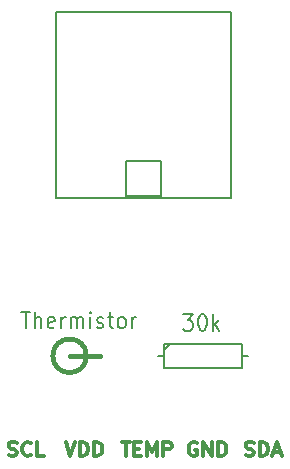
<source format=gto>
G04 (created by PCBNEW (2013-07-07 BZR 4022)-stable) date 8/17/2015 4:18:57 PM*
%MOIN*%
G04 Gerber Fmt 3.4, Leading zero omitted, Abs format*
%FSLAX34Y34*%
G01*
G70*
G90*
G04 APERTURE LIST*
%ADD10C,0.00590551*%
%ADD11C,0.011811*%
%ADD12C,0.008*%
%ADD13C,0.015*%
G04 APERTURE END LIST*
G54D10*
G54D11*
X101827Y-48593D02*
X101895Y-48616D01*
X102007Y-48616D01*
X102052Y-48593D01*
X102075Y-48571D01*
X102097Y-48526D01*
X102097Y-48481D01*
X102075Y-48436D01*
X102052Y-48413D01*
X102007Y-48391D01*
X101917Y-48368D01*
X101872Y-48346D01*
X101850Y-48323D01*
X101827Y-48278D01*
X101827Y-48233D01*
X101850Y-48188D01*
X101872Y-48166D01*
X101917Y-48143D01*
X102030Y-48143D01*
X102097Y-48166D01*
X102300Y-48616D02*
X102300Y-48143D01*
X102412Y-48143D01*
X102480Y-48166D01*
X102525Y-48211D01*
X102547Y-48256D01*
X102570Y-48346D01*
X102570Y-48413D01*
X102547Y-48503D01*
X102525Y-48548D01*
X102480Y-48593D01*
X102412Y-48616D01*
X102300Y-48616D01*
X102750Y-48481D02*
X102975Y-48481D01*
X102705Y-48616D02*
X102862Y-48143D01*
X103020Y-48616D01*
X100191Y-48166D02*
X100146Y-48143D01*
X100078Y-48143D01*
X100011Y-48166D01*
X99966Y-48211D01*
X99943Y-48256D01*
X99921Y-48346D01*
X99921Y-48413D01*
X99943Y-48503D01*
X99966Y-48548D01*
X100011Y-48593D01*
X100078Y-48616D01*
X100123Y-48616D01*
X100191Y-48593D01*
X100213Y-48571D01*
X100213Y-48413D01*
X100123Y-48413D01*
X100416Y-48616D02*
X100416Y-48143D01*
X100686Y-48616D01*
X100686Y-48143D01*
X100911Y-48616D02*
X100911Y-48143D01*
X101023Y-48143D01*
X101091Y-48166D01*
X101136Y-48211D01*
X101158Y-48256D01*
X101181Y-48346D01*
X101181Y-48413D01*
X101158Y-48503D01*
X101136Y-48548D01*
X101091Y-48593D01*
X101023Y-48616D01*
X100911Y-48616D01*
X97688Y-48143D02*
X97958Y-48143D01*
X97823Y-48616D02*
X97823Y-48143D01*
X98115Y-48368D02*
X98273Y-48368D01*
X98340Y-48616D02*
X98115Y-48616D01*
X98115Y-48143D01*
X98340Y-48143D01*
X98543Y-48616D02*
X98543Y-48143D01*
X98700Y-48481D01*
X98858Y-48143D01*
X98858Y-48616D01*
X99083Y-48616D02*
X99083Y-48143D01*
X99263Y-48143D01*
X99308Y-48166D01*
X99330Y-48188D01*
X99353Y-48233D01*
X99353Y-48301D01*
X99330Y-48346D01*
X99308Y-48368D01*
X99263Y-48391D01*
X99083Y-48391D01*
X95826Y-48143D02*
X95984Y-48616D01*
X96141Y-48143D01*
X96299Y-48616D02*
X96299Y-48143D01*
X96411Y-48143D01*
X96479Y-48166D01*
X96524Y-48211D01*
X96546Y-48256D01*
X96569Y-48346D01*
X96569Y-48413D01*
X96546Y-48503D01*
X96524Y-48548D01*
X96479Y-48593D01*
X96411Y-48616D01*
X96299Y-48616D01*
X96771Y-48616D02*
X96771Y-48143D01*
X96884Y-48143D01*
X96951Y-48166D01*
X96996Y-48211D01*
X97019Y-48256D01*
X97041Y-48346D01*
X97041Y-48413D01*
X97019Y-48503D01*
X96996Y-48548D01*
X96951Y-48593D01*
X96884Y-48616D01*
X96771Y-48616D01*
X93925Y-48593D02*
X93993Y-48616D01*
X94105Y-48616D01*
X94150Y-48593D01*
X94173Y-48571D01*
X94195Y-48526D01*
X94195Y-48481D01*
X94173Y-48436D01*
X94150Y-48413D01*
X94105Y-48391D01*
X94015Y-48368D01*
X93970Y-48346D01*
X93948Y-48323D01*
X93925Y-48278D01*
X93925Y-48233D01*
X93948Y-48188D01*
X93970Y-48166D01*
X94015Y-48143D01*
X94128Y-48143D01*
X94195Y-48166D01*
X94668Y-48571D02*
X94645Y-48593D01*
X94578Y-48616D01*
X94533Y-48616D01*
X94465Y-48593D01*
X94420Y-48548D01*
X94398Y-48503D01*
X94375Y-48413D01*
X94375Y-48346D01*
X94398Y-48256D01*
X94420Y-48211D01*
X94465Y-48166D01*
X94533Y-48143D01*
X94578Y-48143D01*
X94645Y-48166D01*
X94668Y-48188D01*
X95095Y-48616D02*
X94870Y-48616D01*
X94870Y-48143D01*
G54D12*
X98893Y-45275D02*
X99093Y-45275D01*
X101893Y-45275D02*
X101693Y-45275D01*
X101693Y-45275D02*
X101693Y-44875D01*
X101693Y-44875D02*
X99093Y-44875D01*
X99093Y-44875D02*
X99093Y-45675D01*
X99093Y-45675D02*
X101693Y-45675D01*
X101693Y-45675D02*
X101693Y-45275D01*
X99093Y-45075D02*
X99293Y-44875D01*
G54D13*
X95956Y-45275D02*
X96956Y-45275D01*
X96515Y-45275D02*
G75*
G03X96515Y-45275I-559J0D01*
G74*
G01*
G54D10*
X95511Y-39960D02*
X95511Y-40000D01*
X101338Y-39921D02*
X101338Y-40000D01*
X95511Y-40000D02*
X101338Y-40000D01*
X95511Y-33818D02*
X101338Y-33818D01*
X101338Y-33822D02*
X101338Y-39952D01*
X95511Y-39952D02*
X95511Y-33822D01*
X97834Y-38779D02*
X99015Y-38779D01*
X99015Y-38779D02*
X99015Y-39960D01*
X99015Y-39960D02*
X97834Y-39960D01*
X97834Y-39960D02*
X97834Y-38779D01*
X97834Y-38779D02*
X97834Y-38976D01*
G54D12*
X99747Y-43885D02*
X100056Y-43885D01*
X99890Y-44094D01*
X99961Y-44094D01*
X100009Y-44120D01*
X100032Y-44147D01*
X100056Y-44199D01*
X100056Y-44330D01*
X100032Y-44382D01*
X100009Y-44409D01*
X99961Y-44435D01*
X99818Y-44435D01*
X99770Y-44409D01*
X99747Y-44382D01*
X100366Y-43885D02*
X100413Y-43885D01*
X100461Y-43911D01*
X100485Y-43937D01*
X100509Y-43989D01*
X100532Y-44094D01*
X100532Y-44225D01*
X100509Y-44330D01*
X100485Y-44382D01*
X100461Y-44409D01*
X100413Y-44435D01*
X100366Y-44435D01*
X100318Y-44409D01*
X100294Y-44382D01*
X100270Y-44330D01*
X100247Y-44225D01*
X100247Y-44094D01*
X100270Y-43989D01*
X100294Y-43937D01*
X100318Y-43911D01*
X100366Y-43885D01*
X100747Y-44435D02*
X100747Y-43885D01*
X100794Y-44225D02*
X100937Y-44435D01*
X100937Y-44068D02*
X100747Y-44278D01*
X94343Y-43806D02*
X94628Y-43806D01*
X94486Y-44356D02*
X94486Y-43806D01*
X94795Y-44356D02*
X94795Y-43806D01*
X95009Y-44356D02*
X95009Y-44068D01*
X94986Y-44016D01*
X94938Y-43989D01*
X94866Y-43989D01*
X94819Y-44016D01*
X94795Y-44042D01*
X95438Y-44330D02*
X95390Y-44356D01*
X95295Y-44356D01*
X95247Y-44330D01*
X95224Y-44277D01*
X95224Y-44068D01*
X95247Y-44016D01*
X95295Y-43989D01*
X95390Y-43989D01*
X95438Y-44016D01*
X95462Y-44068D01*
X95462Y-44120D01*
X95224Y-44173D01*
X95676Y-44356D02*
X95676Y-43989D01*
X95676Y-44094D02*
X95700Y-44042D01*
X95724Y-44016D01*
X95771Y-43989D01*
X95819Y-43989D01*
X95986Y-44356D02*
X95986Y-43989D01*
X95986Y-44042D02*
X96009Y-44016D01*
X96057Y-43989D01*
X96128Y-43989D01*
X96176Y-44016D01*
X96200Y-44068D01*
X96200Y-44356D01*
X96200Y-44068D02*
X96224Y-44016D01*
X96271Y-43989D01*
X96343Y-43989D01*
X96390Y-44016D01*
X96414Y-44068D01*
X96414Y-44356D01*
X96652Y-44356D02*
X96652Y-43989D01*
X96652Y-43806D02*
X96628Y-43832D01*
X96652Y-43858D01*
X96676Y-43832D01*
X96652Y-43806D01*
X96652Y-43858D01*
X96866Y-44330D02*
X96914Y-44356D01*
X97009Y-44356D01*
X97057Y-44330D01*
X97081Y-44277D01*
X97081Y-44251D01*
X97057Y-44199D01*
X97009Y-44173D01*
X96938Y-44173D01*
X96890Y-44146D01*
X96866Y-44094D01*
X96866Y-44068D01*
X96890Y-44016D01*
X96938Y-43989D01*
X97009Y-43989D01*
X97057Y-44016D01*
X97224Y-43989D02*
X97414Y-43989D01*
X97295Y-43806D02*
X97295Y-44277D01*
X97319Y-44330D01*
X97366Y-44356D01*
X97414Y-44356D01*
X97652Y-44356D02*
X97605Y-44330D01*
X97581Y-44304D01*
X97557Y-44251D01*
X97557Y-44094D01*
X97581Y-44042D01*
X97605Y-44016D01*
X97652Y-43989D01*
X97724Y-43989D01*
X97771Y-44016D01*
X97795Y-44042D01*
X97819Y-44094D01*
X97819Y-44251D01*
X97795Y-44304D01*
X97771Y-44330D01*
X97724Y-44356D01*
X97652Y-44356D01*
X98033Y-44356D02*
X98033Y-43989D01*
X98033Y-44094D02*
X98057Y-44042D01*
X98081Y-44016D01*
X98128Y-43989D01*
X98176Y-43989D01*
M02*

</source>
